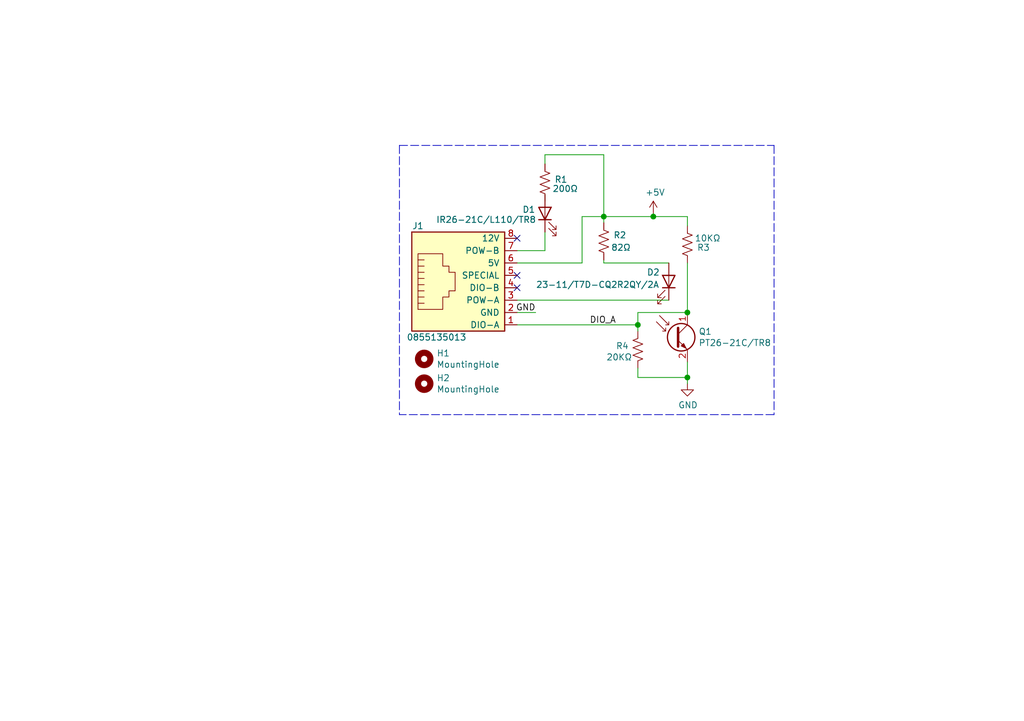
<source format=kicad_sch>
(kicad_sch (version 20221004) (generator eeschema)
  (paper "A5")
  (title_block (title "Nosepoke") (date "2021-06-03") (rev "1.17") (company "Andy Lustig"))
  (lib_symbols
    (symbol "Device:LED" (pin_numbers hide) (pin_names (offset 1.016) hide)
      (property "Reference" "D" (at 0 2.54 0))
      (property "Value" "LED" (at 0 -2.54 0))
      (symbol "LED_0_1"
        (polyline (pts (xy -1.27 -1.27) (xy -1.27 1.27)) (stroke (width 0.254)))
        (polyline (pts (xy -1.27 0) (xy 1.27 0)))
        (polyline (pts (xy 1.27 -1.27) (xy 1.27 1.27) (xy -1.27 0) (xy 1.27 -1.27)) (stroke (width 0.254)))
        (polyline (pts (xy -3.048 -0.762) (xy -4.572 -2.286) (xy -3.81 -2.286) (xy -4.572 -2.286) (xy -4.572 -1.524)))
        (polyline (pts (xy -1.778 -0.762) (xy -3.302 -2.286) (xy -2.54 -2.286) (xy -3.302 -2.286) (xy -3.302 -1.524)))
      )
      (symbol "LED_1_1"
        (pin passive line (at -3.81 0 0) (length 2.54) (name "K") (number "1"))
        (pin passive line (at 3.81 0 180) (length 2.54) (name "A") (number "2"))
      )
    )
    (symbol "Device:Q_Photo_NPN" (pin_names (offset 0) hide)
      (property "Reference" "Q" (at 5.08 1.27 0))
      (property "Value" "Q_Photo_NPN" (at 5.08 -1.27 0))
      (symbol "Q_Photo_NPN_0_1"
        (polyline (pts (xy -1.905 1.27) (xy -2.54 1.27)))
        (polyline (pts (xy -1.27 2.54) (xy -1.905 2.54)))
        (polyline (pts (xy 0.635 0.635) (xy 2.54 2.54)))
        (polyline (pts (xy -3.81 3.175) (xy -1.905 1.27) (xy -1.905 1.905)))
        (polyline (pts (xy -3.175 4.445) (xy -1.27 2.54) (xy -1.27 3.175)))
        (polyline (pts (xy 0.635 -0.635) (xy 2.54 -2.54) (xy 2.54 -2.54)))
        (polyline (pts (xy 0.635 1.905) (xy 0.635 -1.905) (xy 0.635 -1.905)) (stroke (width 0.508)))
        (polyline (pts (xy 1.27 -1.778) (xy 1.778 -1.27) (xy 2.286 -2.286) (xy 1.27 -1.778) (xy 1.27 -1.778)) (fill (type outline)))
        (circle (center 1.27 0) (radius 2.8194) (stroke (width 0.254)))
      )
      (symbol "Q_Photo_NPN_1_1"
        (pin passive line (at 2.54 5.08 270) (length 2.54) (name "C") (number "1"))
        (pin passive line (at 2.54 -5.08 90) (length 2.54) (name "E") (number "2"))
      )
    )
    (symbol "Device:R_US" (pin_numbers hide) (pin_names (offset 0))
      (property "Reference" "R" (at 2.54 0 90))
      (property "Value" "R_US" (at -2.54 0 90))
      (symbol "R_US_0_1"
        (polyline (pts (xy 0 -2.286) (xy 0 -2.54)))
        (polyline (pts (xy 0 2.286) (xy 0 2.54)))
        (polyline (pts (xy 0 -0.762) (xy 1.016 -1.143) (xy 0 -1.524) (xy -1.016 -1.905) (xy 0 -2.286)))
        (polyline (pts (xy 0 0.762) (xy 1.016 0.381) (xy 0 0) (xy -1.016 -0.381) (xy 0 -0.762)))
        (polyline (pts (xy 0 2.286) (xy 1.016 1.905) (xy 0 1.524) (xy -1.016 1.143) (xy 0 0.762)))
      )
      (symbol "R_US_1_1"
        (pin passive line (at 0 3.81 270) (length 1.27) (name "~") (number "1"))
        (pin passive line (at 0 -3.81 90) (length 1.27) (name "~") (number "2"))
      )
    )
    (symbol "Mechanical:MountingHole" (pin_names (offset 1.016))
      (property "Reference" "H" (at 0 5.08 0))
      (property "Value" "MountingHole" (at 0 3.175 0))
      (symbol "MountingHole_0_1"
        (circle (center 0 0) (radius 1.27) (stroke (width 1.27)))
      )
    )
    (symbol "asl_symbols:RJ45_pyControl" (pin_names (offset 1.016))
      (property "Reference" "J" (at -8.89 11.43 0))
      (property "Value" "RJ45_pyControl" (at -10.16 -11.43 0))
      (symbol "RJ45_pyControl_0_1"
        (polyline (pts (xy -7.62 3.175) (xy -8.89 3.175)))
        (polyline (pts (xy -7.62 4.445) (xy -8.89 4.445)))
        (polyline (pts (xy -8.89 -4.445) (xy -7.62 -4.445) (xy -7.62 -4.445)))
        (polyline (pts (xy -8.89 -3.175) (xy -7.62 -3.175) (xy -7.62 -3.175)))
        (polyline (pts (xy -8.89 -1.905) (xy -7.62 -1.905) (xy -7.62 -1.905)))
        (polyline (pts (xy -8.89 -0.635) (xy -7.62 -0.635) (xy -7.62 -0.635)))
        (polyline (pts (xy -8.89 0.635) (xy -7.62 0.635) (xy -7.62 0.635)))
        (polyline (pts (xy -7.62 1.905) (xy -8.89 1.905) (xy -8.89 1.905)))
        (polyline (pts (xy -8.89 -5.715) (xy -8.89 5.715) (xy -3.81 5.715) (xy -3.81 3.175) (xy -2.54 3.175) (xy -2.54 1.905) (xy -1.27 1.905) (xy -1.27 -1.905) (xy -2.54 -1.905) (xy -2.54 -3.175) (xy -3.81 -3.175) (xy -3.81 -5.715) (xy -8.89 -5.715)))
        (rectangle (start 8.89 10.16) (end -10.16 -10.16) (stroke (width 0.254)) (fill (type background)))
      )
      (symbol "RJ45_pyControl_1_1"
        (pin passive line (at 11.43 -8.89 180) (length 2.54) (name "DIO-A") (number "1"))
        (pin passive line (at 11.43 -6.35 180) (length 2.54) (name "GND") (number "2"))
        (pin passive line (at 11.43 -3.81 180) (length 2.54) (name "POW-A") (number "3"))
        (pin passive line (at 11.43 -1.27 180) (length 2.54) (name "DIO-B") (number "4"))
        (pin passive line (at 11.43 1.27 180) (length 2.54) (name "SPECIAL") (number "5"))
        (pin passive line (at 11.43 3.81 180) (length 2.54) (name "5V") (number "6"))
        (pin passive line (at 11.43 6.35 180) (length 2.54) (name "POW-B") (number "7"))
        (pin passive line (at 11.43 8.89 180) (length 2.54) (name "12V") (number "8"))
      )
    )
    (symbol "power:+5V" (power) (pin_names (offset 0))
      (property "Value" "+5V" (at 0 3.556 0))
      (symbol "+5V_0_1"
        (polyline (pts (xy -0.762 1.27) (xy 0 2.54)))
        (polyline (pts (xy 0 0) (xy 0 2.54)))
        (polyline (pts (xy 0 2.54) (xy 0.762 1.27)))
      )
      (symbol "+5V_1_1"
        (pin power_in line (at 0 0 90) (length 0) hide (name "+5V") (number "1"))
      )
    )
    (symbol "power:GND" (power) (pin_names (offset 0))
      (property "Value" "GND" (at 0 -3.81 0))
      (symbol "GND_0_1"
        (polyline (pts (xy 0 0) (xy 0 -1.27) (xy 1.27 -1.27) (xy 0 -2.54) (xy -1.27 -1.27) (xy 0 -1.27)))
      )
      (symbol "GND_1_1"
        (pin power_in line (at 0 0 270) (length 0) hide (name "GND") (number "1"))
      )
    )
  )
  (junction (at 140.97 77.47) (diameter 1.016))
  (junction (at 130.81 66.675) (diameter 1.016))
  (junction (at 140.97 64.135) (diameter 1.016))
  (junction (at 123.825 44.45) (diameter 1.016))
  (junction (at 133.985 44.45) (diameter 1.016))
  (no_connect (at 106.045 56.515))
  (no_connect (at 106.045 59.055))
  (no_connect (at 106.045 48.895))
  (wire (pts (xy 111.76 41.275) (xy 111.76 40.005)))
  (wire (pts (xy 111.76 47.625) (xy 111.76 51.435)))
  (wire (pts (xy 106.045 66.675) (xy 130.81 66.675)))
  (wire (pts (xy 140.97 74.295) (xy 140.97 77.47)))
  (wire (pts (xy 140.97 77.47) (xy 140.97 78.74)))
  (wire (pts (xy 123.825 44.45) (xy 123.825 45.72)))
  (wire (pts (xy 123.825 31.75) (xy 111.76 31.75)))
  (wire (pts (xy 123.825 44.45) (xy 123.825 31.75)))
  (wire (pts (xy 106.045 53.975) (xy 119.38 53.975)))
  (polyline (pts (xy 81.915 29.845) (xy 81.915 85.09)) (stroke (width 0) (type dash)))
  (wire (pts (xy 130.81 64.135) (xy 130.81 66.675)))
  (wire (pts (xy 130.81 66.675) (xy 130.81 67.945)))
  (polyline (pts (xy 81.915 29.845) (xy 158.75 29.845)) (stroke (width 0) (type dash)))
  (wire (pts (xy 106.045 61.595) (xy 137.16 61.595)))
  (wire (pts (xy 111.76 31.75) (xy 111.76 33.655)))
  (polyline (pts (xy 158.75 85.09) (xy 81.915 85.09)) (stroke (width 0) (type dash)))
  (wire (pts (xy 140.97 64.135) (xy 130.81 64.135)))
  (wire (pts (xy 106.045 51.435) (xy 111.76 51.435)))
  (wire (pts (xy 106.045 64.135) (xy 109.855 64.135)))
  (wire (pts (xy 133.985 44.45) (xy 133.985 43.815)))
  (polyline (pts (xy 158.75 29.845) (xy 158.75 85.09)) (stroke (width 0) (type dash)))
  (wire (pts (xy 140.97 44.45) (xy 140.97 46.355)))
  (wire (pts (xy 119.38 44.45) (xy 123.825 44.45)))
  (wire (pts (xy 119.38 53.975) (xy 119.38 44.45)))
  (wire (pts (xy 130.81 75.565) (xy 130.81 77.47)))
  (wire (pts (xy 130.81 77.47) (xy 140.97 77.47)))
  (wire (pts (xy 123.825 44.45) (xy 133.985 44.45)))
  (wire (pts (xy 133.985 44.45) (xy 140.97 44.45)))
  (wire (pts (xy 123.825 53.975) (xy 123.825 53.34)))
  (wire (pts (xy 137.16 53.975) (xy 123.825 53.975)))
  (wire (pts (xy 140.97 53.975) (xy 140.97 64.135)))
  (label "GND" (at 109.855 64.135 180))
  (label "DIO_A" (at 126.365 66.675 180))
  (symbol (lib_id "asl_symbols:RJ45_pyControl") (at 94.615 57.785 0) (unit 1)
    (property "Reference" "J1" (at 85.725 46.355 0))
    (property "Value" "0855135013" (at 89.535 69.215 0))
    (property "Footprint" "asl_footprints:RJ45_SMD_Vertical" (effects hide))
    (property "Datasheet" "https://www.digikey.com/products/en?keywords=WM3553CT-ND" (effects hide))
    (property "Description" "RJ45 Jack" (effects hide))
  )
  (symbol (lib_id "Device:Q_Photo_NPN") (at 138.43 69.215 0) (unit 1)
    (property "Reference" "Q1" (at 143.256 68.0466 0) (effects (justify left)))
    (property "Value" "PT26-21C/TR8" (at 143.256 70.358 0) (effects (justify left)))
    (property "Footprint" "asl_footprints:board_to_board_joint" (effects hide))
    (property "Datasheet" "https://www.digikey.com/products/en?keywords=1080-1386-1-ND" (effects hide))
    (property "Description" "Phototransistor" (effects hide))
  )
  (symbol (lib_id "Device:LED") (at 111.76 43.815 90) (unit 1)
    (property "Reference" "D1" (at 108.458 43.0022 90))
    (property "Value" "IR26-21C/L110/TR8" (at 99.695 45.085 90))
    (property "Footprint" "asl_footprints:board_to_board_joint" (effects hide))
    (property "Datasheet" "https://www.digikey.com/products/en?keywords=1080-1357-1-ND" (effects hide))
    (property "Description" "IR LED" (effects hide))
  )
  (symbol (lib_id "Device:LED") (at 137.16 57.785 270) (mirror x) (unit 1)
    (property "Reference" "D2" (at 133.985 55.88 90))
    (property "Value" "23-11/T7D-CQ2R2QY/2A" (at 122.555 58.42 90))
    (property "Footprint" "asl_footprints:board_to_board_joint" (effects hide))
    (property "Datasheet" "https://www.digikey.com/products/en?keywords=1080-1593-1-ND" (effects hide))
    (property "Description" "Diffused White LED" (effects hide))
  )
  (symbol (lib_id "Device:R_US") (at 111.76 37.465 180) (unit 1)
    (property "Reference" "R1" (at 115.062 36.83 0))
    (property "Value" "200Ω" (at 115.9256 38.735 0))
    (property "Footprint" "Resistor_SMD:R_0603_1608Metric" (effects hide))
    (property "Datasheet" "https://www.digikey.com/products/en?keywords=P330HCT-ND" (effects hide))
    (property "Description" "0603 resistor" (effects hide))
  )
  (symbol (lib_id "Device:R_US") (at 123.825 49.53 180) (unit 1)
    (property "Reference" "R2" (at 127.127 48.26 0))
    (property "Value" "82Ω" (at 127.3556 50.8 0))
    (property "Footprint" "Resistor_SMD:R_0603_1608Metric" (effects hide))
    (property "Datasheet" "https://www.digikey.com/products/en?keywords=311-82.0HRCT-ND" (effects hide))
    (property "Description" "0603 resistor" (effects hide))
  )
  (symbol (lib_id "Device:R_US") (at 140.97 50.165 180) (unit 1)
    (property "Reference" "R3" (at 144.272 50.8 0))
    (property "Value" "10KΩ" (at 145.1356 48.895 0))
    (property "Footprint" "Resistor_SMD:R_0603_1608Metric" (effects hide))
    (property "Datasheet" "https://www.digikey.com/en/products/detail/yageo/RC0603JR-0710KL/726700" (effects hide))
    (property "Description" "0603 resistor" (effects hide))
  )
  (symbol (lib_id "Mechanical:MountingHole") (at 86.995 73.66 0) (unit 1)
    (property "Reference" "H1" (at 89.535 72.4916 0) (effects (justify left)))
    (property "Value" "MountingHole" (at 89.535 74.803 0) (effects (justify left)))
    (property "Footprint" "asl_footprints:MountingHole_2.7mm_M2.5" (effects hide))
    (property "DNP" "1" (effects hide))
  )
  (symbol (lib_id "Mechanical:MountingHole") (at 86.995 78.74 0) (unit 1)
    (property "Reference" "H2" (at 89.535 77.5716 0) (effects (justify left)))
    (property "Value" "MountingHole" (at 89.535 79.883 0) (effects (justify left)))
    (property "Footprint" "asl_footprints:MountingHole_2.7mm_M2.5" (effects hide))
    (property "DNP" "1" (effects hide))
  )
  (symbol (lib_id "power:GND") (at 140.97 78.74 0) (unit 1)
    (property "Reference" "#PWR05" (effects hide))
    (property "Value" "GND" (at 141.097 83.1342 0))
  )
  (symbol (lib_id "power:+5V") (at 133.985 43.815 0) (unit 1)
    (property "Reference" "#PWR04" (effects hide))
    (property "Value" "+5V" (at 134.3533 39.4906 0))
  )
  (symbol (lib_id "Device:R_US") (at 130.81 71.755 0) (mirror x) (unit 1)
    (property "Reference" "R4" (at 127.635 70.993 0))
    (property "Value" "20KΩ" (at 127 73.3044 0))
    (property "Footprint" "Resistor_SMD:R_0603_1608Metric" (effects hide))
    (property "Datasheet" "https://www.digikey.com/en/products/detail/yageo/RC0603JR-0720KL/726740" (effects hide))
    (property "Description" "0603 resistor" (effects hide))
  )
)
</source>
